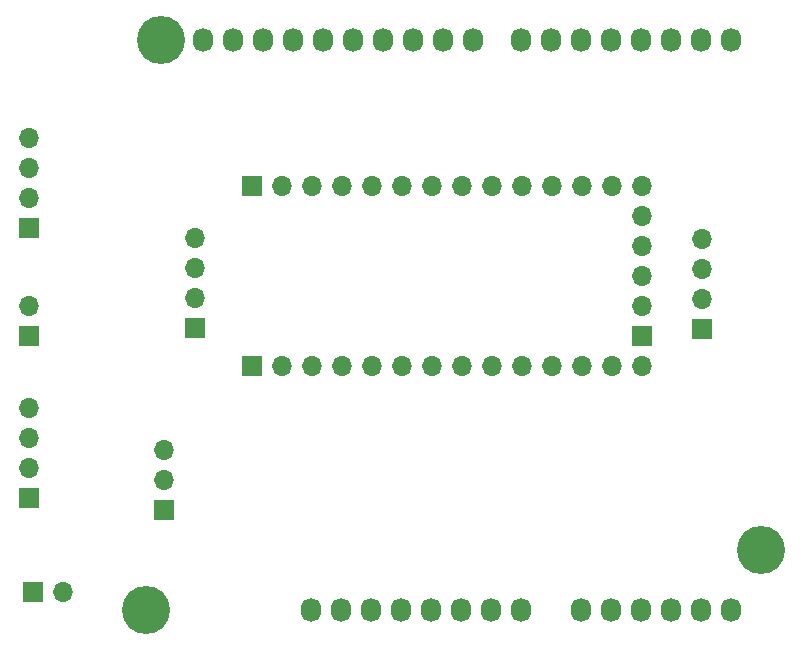
<source format=gbr>
G04 #@! TF.FileFunction,Soldermask,Bot*
%FSLAX46Y46*%
G04 Gerber Fmt 4.6, Leading zero omitted, Abs format (unit mm)*
G04 Created by KiCad (PCBNEW 4.0.6) date 06/14/17 16:45:23*
%MOMM*%
%LPD*%
G01*
G04 APERTURE LIST*
%ADD10C,0.100000*%
%ADD11C,4.064000*%
%ADD12O,1.727200X2.032000*%
%ADD13R,1.700000X1.700000*%
%ADD14O,1.700000X1.700000*%
G04 APERTURE END LIST*
D10*
D11*
X177038000Y-118745000D03*
D12*
X138938000Y-123825000D03*
X141478000Y-123825000D03*
X144018000Y-123825000D03*
X146558000Y-123825000D03*
X149098000Y-123825000D03*
X151638000Y-123825000D03*
X154178000Y-123825000D03*
X156718000Y-123825000D03*
X161798000Y-123825000D03*
X164338000Y-123825000D03*
X166878000Y-123825000D03*
X169418000Y-123825000D03*
X171958000Y-123825000D03*
X174498000Y-123825000D03*
X129794000Y-75565000D03*
X132334000Y-75565000D03*
X134874000Y-75565000D03*
X137414000Y-75565000D03*
X139954000Y-75565000D03*
X142494000Y-75565000D03*
X145034000Y-75565000D03*
X147574000Y-75565000D03*
X150114000Y-75565000D03*
X152654000Y-75565000D03*
X156718000Y-75565000D03*
X159258000Y-75565000D03*
X161798000Y-75565000D03*
X164338000Y-75565000D03*
X166878000Y-75565000D03*
X169418000Y-75565000D03*
X171958000Y-75565000D03*
X174498000Y-75565000D03*
D11*
X124968000Y-123825000D03*
X126238000Y-75565000D03*
D13*
X133988000Y-88007000D03*
D14*
X136528000Y-88007000D03*
X139068000Y-88007000D03*
X141608000Y-88007000D03*
X144148000Y-88007000D03*
X146688000Y-88007000D03*
X149228000Y-88007000D03*
X151768000Y-88007000D03*
X154308000Y-88007000D03*
X156848000Y-88007000D03*
X159388000Y-88007000D03*
X161928000Y-88007000D03*
X164468000Y-88007000D03*
X167008000Y-88007000D03*
D13*
X172098000Y-100105000D03*
D14*
X172098000Y-97565000D03*
X172098000Y-95025000D03*
X172098000Y-92485000D03*
D13*
X167008000Y-100707000D03*
D14*
X167008000Y-98167000D03*
X167008000Y-95627000D03*
X167008000Y-93087000D03*
X167008000Y-90547000D03*
D13*
X133988000Y-103247000D03*
D14*
X136528000Y-103247000D03*
X139068000Y-103247000D03*
X141608000Y-103247000D03*
X144148000Y-103247000D03*
X146688000Y-103247000D03*
X149228000Y-103247000D03*
X151768000Y-103247000D03*
X154308000Y-103247000D03*
X156848000Y-103247000D03*
X159388000Y-103247000D03*
X161928000Y-103247000D03*
X164468000Y-103247000D03*
X167008000Y-103247000D03*
D13*
X129148000Y-99965000D03*
D14*
X129148000Y-97425000D03*
X129148000Y-94885000D03*
X129148000Y-92345000D03*
D13*
X115117000Y-91523200D03*
D14*
X115117000Y-88983200D03*
X115117000Y-86443200D03*
X115117000Y-83903200D03*
D13*
X115117000Y-100667000D03*
D14*
X115117000Y-98127000D03*
D13*
X115117000Y-114383000D03*
D14*
X115117000Y-111843000D03*
X115117000Y-109303000D03*
X115117000Y-106763000D03*
D13*
X126498000Y-115405000D03*
D14*
X126498000Y-112865000D03*
X126498000Y-110325000D03*
D13*
X115458000Y-122365000D03*
D14*
X117998000Y-122365000D03*
M02*

</source>
